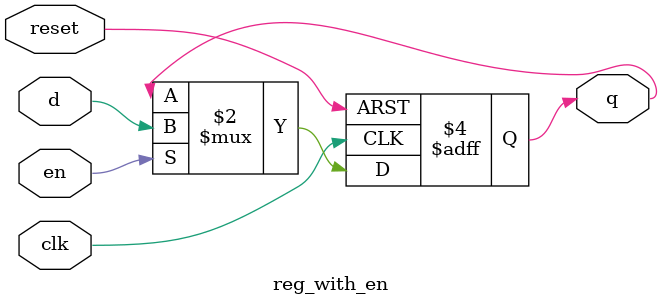
<source format=v>
module reg_with_en #(
    parameter WIDTH = 1
) (
    input  wire                 clk,  
    input  wire                 reset, 
    input  wire                 en, 
    input  wire [WIDTH-1:0]     d,   
    output reg  [WIDTH-1:0]     q   
);

    always @(posedge clk or posedge reset) begin
        if (reset)
            q <= {WIDTH{1'b0}};  
        else if (en)
            q <= d;
        
    end

endmodule
</source>
